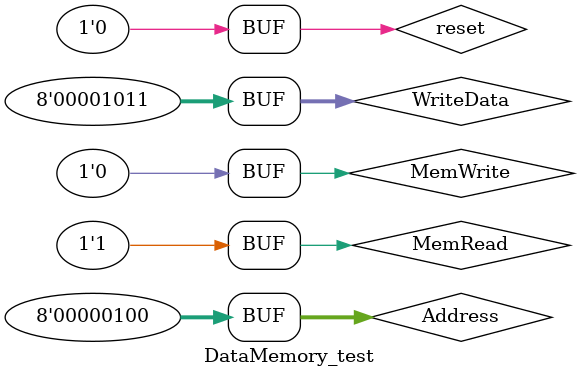
<source format=v>
`timescale 1ns / 1ps


module DataMemory_test;

	// Inputs
	reg [7:0] Address;
	reg [7:0] WriteData;
	reg MemRead;
	reg MemWrite;
	reg reset;

	// Outputs
	wire [7:0] ReadData;

	// Instantiate the Unit Under Test (UUT)
	DataMemory uut (
		.Address(Address), 
		.WriteData(WriteData), 
		.MemRead(MemRead), 
		.MemWrite(MemWrite), 
		.reset(reset), 
		.ReadData(ReadData)
	);

	initial begin
		// Initialize Inputs
		Address = 8'd4;
		WriteData = 0;
		MemRead = 0;
		MemWrite = 0;
		reset = 0;

		// Wait 100 ns for global reset to finish
		
		#100
		MemRead = 1;
		MemWrite = 0;
		
		#100
		MemRead = 0;
		MemWrite = 1;
		WriteData = 8'd11;
		
		#100
		MemRead = 1;
		MemWrite = 0;
		
	
        
		// Add stimulus here

	end
      
endmodule
</source>
